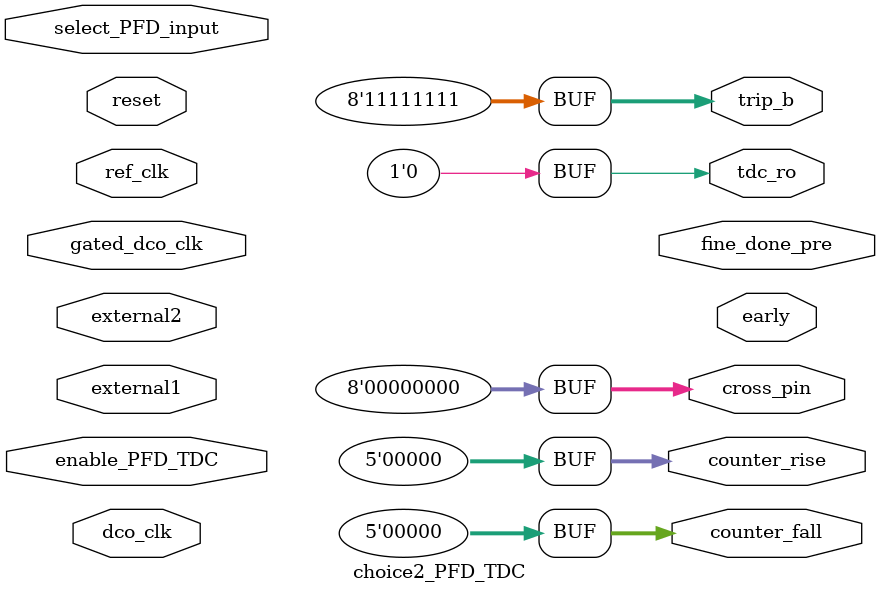
<source format=v>
module choice2_PFD_TDC (
			input 	     enable_PFD_TDC ,
			input 	     select_PFD_input,
			input 	     ref_clk, 
			input 	     external1 ,
			input 	     gated_dco_clk,
			input 	     external2,
			input 	     reset,
			input 	     dco_clk,
			output 	     fine_done_pre,
			output 	     early,
			output [4:0] counter_rise,
			output [4:0] counter_fall,
			output [7:0] trip_b,
			output [7:0] cross_pin,
			output 	     tdc_ro

			);


   assign counter_rise = 0;
   assign counter_fall = 0;
   assign cross_pin  = 0;
   assign trip_b = 8'b11111111;
   assign tdc_ro = 0;
endmodule // tdc2_behaviour

</source>
